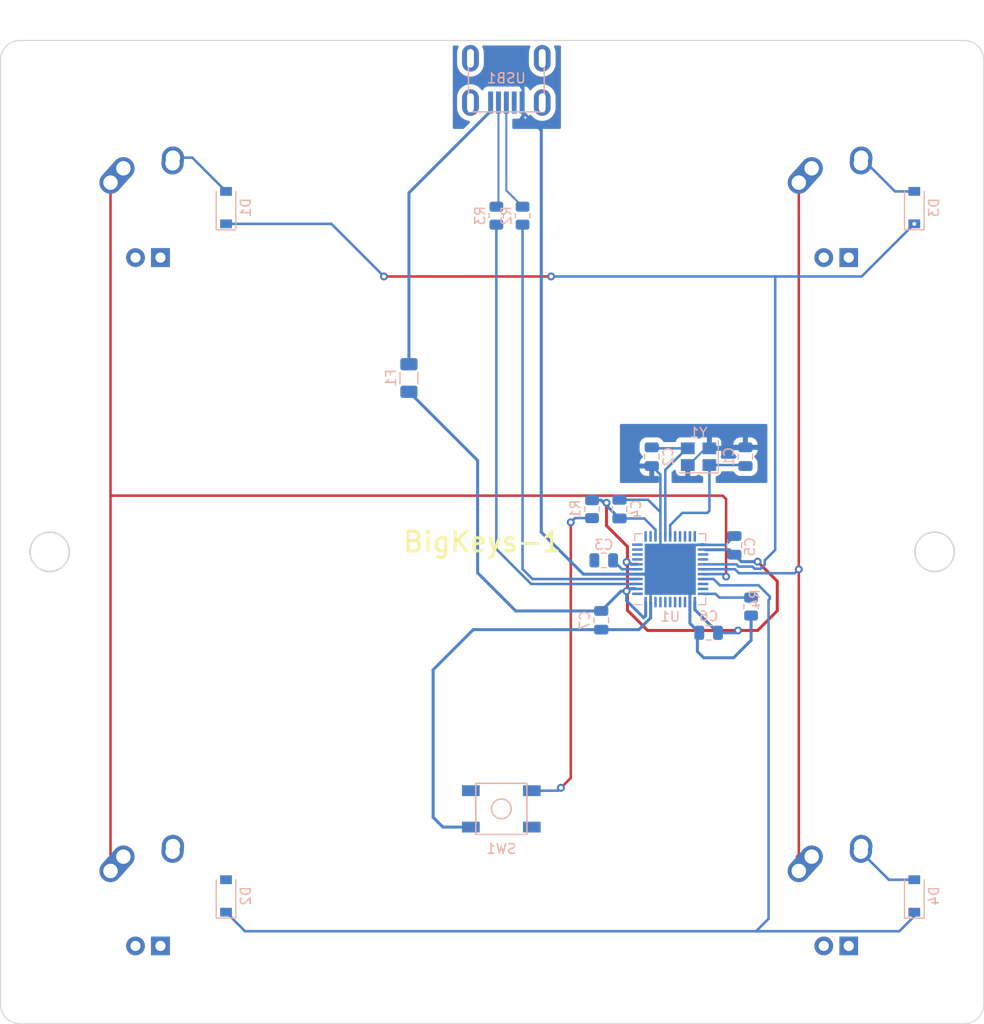
<source format=kicad_pcb>
(kicad_pcb (version 20211014) (generator pcbnew)
  (layers (0 "F.Cu" signal) (31 "B.Cu" signal) (34 "B.Paste" user) (35 "F.Paste" user) (36 "B.SilkS" user "B.Silkscreen") (37 "F.SilkS" user "F.Silkscreen") (38 "B.Mask" user) (39 "F.Mask" user) (44 "Edge.Cuts" user))
  (net 0 "")
  (net 1 "Net-(C1-Pad2)")
  (net 2 "Net-(C2-Pad2)")
  (net 3 "Net-(C3-Pad1)")
  (net 4 "GND")
  (net 5 "+5V")
  (net 6 "ROW0")
  (net 7 "Net-(D1-Pad2)")
  (net 8 "ROW1")
  (net 9 "Net-(D2-Pad2)")
  (net 10 "Net-(D3-Pad2)")
  (net 11 "Net-(D4-Pad2)")
  (net 12 "VCC")
  (net 13 "COL0")
  (net 14 "COL1")
  (net 15 "Net-(R1-Pad2)")
  (net 16 "D+")
  (net 17 "Net-(R2-Pad2)")
  (net 18 "D-")
  (net 19 "Net-(R3-Pad2)")
  (net 20 "Net-(R4-Pad1)")
  (footprint "MX_Alps_Hybrid:MX-1U" (layer "F.Cu") (at 173 129)
    (fp_text reference "MX4")
    (fp_text value "MX-NoLED")
    (pad "" np_thru_hole circle locked (at 5.08 0 48.0996) (size 1.75 1.75) (drill 1.75) (layers *.Cu *.Mask))
    (pad "" np_thru_hole circle locked (at 0 0) (size 3.9878 3.9878) (drill 3.9878) (layers *.Cu *.Mask))
    (pad "" np_thru_hole circle locked (at -5.08 0 48.0996) (size 1.75 1.75) (drill 1.75) (layers *.Cu *.Mask))
    (pad "1" thru_hole oval locked (at -3.81 -2.54 48.0996) (size 4.211556 2.25) (drill 1.47 (offset 0.980778 0)) (layers *.Cu "B.Mask") (net 14 "COL1"))
    (pad "1" thru_hole circle locked (at -2.5 -4) (size 2.25 2.25) (drill 1.47) (layers *.Cu "B.Mask") (net 14 "COL1"))
    (pad "2" thru_hole oval locked (at 2.5 -4.5 86.0548) (size 2.831378 2.25) (drill 1.47 (offset 0.290689 0)) (layers *.Cu "B.Mask") (net 11 "Net-(D4-Pad2)"))
    (pad "2" thru_hole circle locked (at 2.54 -5.08) (size 2.25 2.25) (drill 1.47) (layers *.Cu "B.Mask") (net 11 "Net-(D4-Pad2)"))
    (pad "3" thru_hole circle locked (at -1.27 5.08) (size 1.905 1.905) (drill 1.04) (layers *.Cu "B.Mask"))
    (pad "4" thru_hole rect locked (at 1.27 5.08) (size 1.905 1.905) (drill 1.04) (layers *.Cu "B.Mask"))
  )
  (footprint "MX_Alps_Hybrid:MX-1U" (layer "F.Cu") (at 103 129)
    (fp_text reference "MX2")
    (fp_text value "MX-NoLED")
    (pad "" np_thru_hole circle locked (at -5.08 0 48.0996) (size 1.75 1.75) (drill 1.75) (layers *.Cu *.Mask))
    (pad "" np_thru_hole circle locked (at 0 0) (size 3.9878 3.9878) (drill 3.9878) (layers *.Cu *.Mask))
    (pad "" np_thru_hole circle locked (at 5.08 0 48.0996) (size 1.75 1.75) (drill 1.75) (layers *.Cu *.Mask))
    (pad "1" thru_hole circle locked (at -2.5 -4) (size 2.25 2.25) (drill 1.47) (layers *.Cu "B.Mask") (net 13 "COL0"))
    (pad "1" thru_hole oval locked (at -3.81 -2.54 48.0996) (size 4.211556 2.25) (drill 1.47 (offset 0.980778 0)) (layers *.Cu "B.Mask") (net 13 "COL0"))
    (pad "2" thru_hole oval locked (at 2.5 -4.5 86.0548) (size 2.831378 2.25) (drill 1.47 (offset 0.290689 0)) (layers *.Cu "B.Mask") (net 9 "Net-(D2-Pad2)"))
    (pad "2" thru_hole circle locked (at 2.54 -5.08) (size 2.25 2.25) (drill 1.47) (layers *.Cu "B.Mask") (net 9 "Net-(D2-Pad2)"))
    (pad "3" thru_hole circle locked (at -1.27 5.08) (size 1.905 1.905) (drill 1.04) (layers *.Cu "B.Mask"))
    (pad "4" thru_hole rect locked (at 1.27 5.08) (size 1.905 1.905) (drill 1.04) (layers *.Cu "B.Mask"))
  )
  (footprint "MX_Alps_Hybrid:MX-1U" (layer "F.Cu") (at 173 59)
    (fp_text reference "MX3")
    (fp_text value "MX-NoLED")
    (pad "" np_thru_hole circle locked (at 0 0) (size 3.9878 3.9878) (drill 3.9878) (layers *.Cu *.Mask))
    (pad "" np_thru_hole circle locked (at -5.08 0 48.0996) (size 1.75 1.75) (drill 1.75) (layers *.Cu *.Mask))
    (pad "" np_thru_hole circle locked (at 5.08 0 48.0996) (size 1.75 1.75) (drill 1.75) (layers *.Cu *.Mask))
    (pad "1" thru_hole oval locked (at -3.81 -2.54 48.0996) (size 4.211556 2.25) (drill 1.47 (offset 0.980778 0)) (layers *.Cu "B.Mask") (net 14 "COL1"))
    (pad "1" thru_hole circle locked (at -2.5 -4) (size 2.25 2.25) (drill 1.47) (layers *.Cu "B.Mask") (net 14 "COL1"))
    (pad "2" thru_hole oval locked (at 2.5 -4.5 86.0548) (size 2.831378 2.25) (drill 1.47 (offset 0.290689 0)) (layers *.Cu "B.Mask") (net 10 "Net-(D3-Pad2)"))
    (pad "2" thru_hole circle locked (at 2.54 -5.08) (size 2.25 2.25) (drill 1.47) (layers *.Cu "B.Mask") (net 10 "Net-(D3-Pad2)"))
    (pad "3" thru_hole circle locked (at -1.27 5.08) (size 1.905 1.905) (drill 1.04) (layers *.Cu "B.Mask"))
    (pad "4" thru_hole rect locked (at 1.27 5.08) (size 1.905 1.905) (drill 1.04) (layers *.Cu "B.Mask"))
  )
  (footprint "MX_Alps_Hybrid:MX-1U" (layer "F.Cu") (at 103 59)
    (fp_text reference "MX1")
    (fp_text value "MX-NoLED")
    (pad "" np_thru_hole circle locked (at 0 0) (size 3.9878 3.9878) (drill 3.9878) (layers *.Cu *.Mask))
    (pad "" np_thru_hole circle locked (at -5.08 0 48.0996) (size 1.75 1.75) (drill 1.75) (layers *.Cu *.Mask))
    (pad "" np_thru_hole circle locked (at 5.08 0 48.0996) (size 1.75 1.75) (drill 1.75) (layers *.Cu *.Mask))
    (pad "1" thru_hole oval locked (at -3.81 -2.54 48.0996) (size 4.211556 2.25) (drill 1.47 (offset 0.980778 0)) (layers *.Cu "B.Mask") (net 13 "COL0"))
    (pad "1" thru_hole circle locked (at -2.5 -4) (size 2.25 2.25) (drill 1.47) (layers *.Cu "B.Mask") (net 13 "COL0"))
    (pad "2" thru_hole circle locked (at 2.54 -5.08) (size 2.25 2.25) (drill 1.47) (layers *.Cu "B.Mask") (net 7 "Net-(D1-Pad2)"))
    (pad "2" thru_hole oval locked (at 2.5 -4.5 86.0548) (size 2.831378 2.25) (drill 1.47 (offset 0.290689 0)) (layers *.Cu "B.Mask") (net 7 "Net-(D1-Pad2)"))
    (pad "3" thru_hole circle locked (at -1.27 5.08) (size 1.905 1.905) (drill 1.04) (layers *.Cu "B.Mask"))
    (pad "4" thru_hole rect locked (at 1.27 5.08) (size 1.905 1.905) (drill 1.04) (layers *.Cu "B.Mask"))
  )
  (footprint "Capacitor_SMD:C_0805_2012Metric" (layer "B.Cu") (at 149.098 100.965 -90)
    (fp_text reference "C7" (at 0 1.68 90) (layer "B.SilkS") (effects (justify mirror)))
    (fp_text value "10uF")
    (fp_line (start -0.261252 -0.735) (end 0.261252 -0.735) (layer "B.SilkS") (width 0.12))
    (fp_line (start -0.261252 0.735) (end 0.261252 0.735) (layer "B.SilkS") (width 0.12))
    (pad "1" smd roundrect (at -0.95 0 270) (size 1 1.45) (layers "B.Cu" "B.Paste" "B.Mask") (net 5 "+5V"))
    (pad "2" smd roundrect (at 0.95 0 270) (size 1 1.45) (layers "B.Cu" "B.Paste" "B.Mask") (net 4 "GND"))
  )
  (footprint "Capacitor_SMD:C_0805_2012Metric" (layer "B.Cu") (at 162.64 93.345 90)
    (fp_text reference "C5" (at -0.14375 1.5875 90) (layer "B.SilkS") (effects (justify mirror)))
    (fp_text value "0.1uF")
    (fp_line (start -0.261252 0.735) (end 0.261252 0.735) (layer "B.SilkS") (width 0.12))
    (fp_line (start -0.261252 -0.735) (end 0.261252 -0.735) (layer "B.SilkS") (width 0.12))
    (pad "1" smd roundrect (at -0.95 0 90) (size 1 1.45) (layers "B.Cu" "B.Paste" "B.Mask") (net 5 "+5V"))
    (pad "2" smd roundrect (at 0.95 0 90) (size 1 1.45) (layers "B.Cu" "B.Paste" "B.Mask") (net 4 "GND"))
  )
  (footprint "Resistor_SMD:R_0805_2012Metric" (layer "B.Cu") (at 141.097 59.817 -90)
    (fp_text reference "R2" (at 0 1.65 90) (layer "B.SilkS") (effects (justify mirror)))
    (fp_text value "22")
    (fp_line (start -0.227064 0.735) (end 0.227064 0.735) (layer "B.SilkS") (width 0.12))
    (fp_line (start -0.227064 -0.735) (end 0.227064 -0.735) (layer "B.SilkS") (width 0.12))
    (pad "1" smd roundrect (at -0.9125 0 270) (size 1.025 1.4) (layers "B.Cu" "B.Paste" "B.Mask") (roundrect_rratio 0.243902439) (net 16 "D+"))
    (pad "2" smd roundrect (at 0.9125 0 270) (size 1.025 1.4) (layers "B.Cu" "B.Paste" "B.Mask") (roundrect_rratio 0.243902439) (net 17 "Net-(R2-Pad2)"))
  )
  (footprint "Crystal:Crystal_SMD_3225-4Pin_3.2x2.5mm" (layer "B.Cu") (at 159 84.328 180)
    (fp_text reference "Y1" (at 0 2.45) (layer "B.SilkS") (effects (justify mirror)))
    (fp_text value "16MHz")
    (fp_line (start -2 -1.65) (end 2 -1.65) (layer "B.SilkS") (width 0.12))
    (fp_line (start -2 1.65) (end -2 -1.65) (layer "B.SilkS") (width 0.12))
    (pad "1" smd rect (at -1.1 -0.85 180) (size 1.4 1.2) (layers "B.Cu" "B.Paste" "B.Mask") (net 1 "Net-(C1-Pad2)"))
    (pad "2" smd rect (at 1.1 -0.85 180) (size 1.4 1.2) (layers "B.Cu" "B.Paste" "B.Mask") (net 4 "GND"))
    (pad "3" smd rect (at 1.1 0.85 180) (size 1.4 1.2) (layers "B.Cu" "B.Paste" "B.Mask") (net 2 "Net-(C2-Pad2)"))
    (pad "4" smd rect (at -1.1 0.85 180) (size 1.4 1.2) (layers "B.Cu" "B.Paste" "B.Mask") (net 4 "GND"))
  )
  (footprint "Capacitor_SMD:C_0805_2012Metric" (layer "B.Cu") (at 160.02 102.235 180)
    (fp_text reference "C6" (at 0 1.68) (layer "B.SilkS") (effects (justify mirror)))
    (fp_text value "0.1uF")
    (fp_line (start -0.261252 0.735) (end 0.261252 0.735) (layer "B.SilkS") (width 0.12))
    (fp_line (start -0.261252 -0.735) (end 0.261252 -0.735) (layer "B.SilkS") (width 0.12))
    (pad "1" smd roundrect (at -0.95 0 180) (size 1 1.45) (layers "B.Cu" "B.Paste" "B.Mask") (net 5 "+5V"))
    (pad "2" smd roundrect (at 0.95 0 180) (size 1 1.45) (layers "B.Cu" "B.Paste" "B.Mask") (net 4 "GND"))
  )
  (footprint "random-keyboard-parts:Molex-0548190589" (layer "B.Cu") (at 139.446 43.815 -90)
    (fp_text reference "USB1" (at 2.032 0) (layer "B.SilkS") (effects (justify mirror)))
    (fp_text value "Molex-0548190589")
    (fp_line (start 0 -3.85) (end 5.45 -3.85) (layer "B.SilkS") (width 0.15))
    (fp_line (start 5.45 3.85) (end 5.45 -3.85) (layer "B.SilkS") (width 0.15))
    (fp_line (start 0 3.85) (end 5.45 3.85) (layer "B.SilkS") (width 0.15))
    (pad "1" smd rect locked (at 4.5 -1.6 270) (size 2.25 0.5) (layers "B.Cu" "B.Paste" "B.Mask") (net 4 "GND"))
    (pad "2" smd rect locked (at 4.5 -0.8 270) (size 2.25 0.5) (layers "B.Cu" "B.Paste" "B.Mask"))
    (pad "3" smd rect locked (at 4.5 0 270) (size 2.25 0.5) (layers "B.Cu" "B.Paste" "B.Mask") (net 16 "D+"))
    (pad "4" smd rect locked (at 4.5 0.8 270) (size 2.25 0.5) (layers "B.Cu" "B.Paste" "B.Mask") (net 18 "D-"))
    (pad "5" smd rect locked (at 4.5 1.6 270) (size 2.25 0.5) (layers "B.Cu" "B.Paste" "B.Mask") (net 12 "VCC"))
    (pad "6" thru_hole oval locked (at 0 3.65 270) (size 2.7 1.7) (drill oval 1.9 0.7) (layers *.Cu *.Mask))
    (pad "6" thru_hole oval locked (at 0 -3.65 270) (size 2.7 1.7) (drill oval 1.9 0.7) (layers *.Cu *.Mask))
    (pad "6" thru_hole oval locked (at 4.5 3.65 270) (size 2.7 1.7) (drill oval 1.9 0.7) (layers *.Cu *.Mask))
    (pad "6" thru_hole oval locked (at 4.5 -3.65 270) (size 2.7 1.7) (drill oval 1.9 0.7) (layers *.Cu *.Mask))
  )
  (footprint "Diode_SMD:D_SOD-123" (layer "B.Cu") (at 180.9375 129 90)
    (fp_text reference "D4" (at 0 2 90) (layer "B.SilkS") (effects (justify mirror)))
    (fp_text value "D_Small")
    (fp_line (start -2.25 -1) (end 1.65 -1) (layer "B.SilkS") (width 0.12))
    (fp_line (start -2.25 1) (end 1.65 1) (layer "B.SilkS") (width 0.12))
    (fp_line (start -2.25 1) (end -2.25 -1) (layer "B.SilkS") (width 0.12))
    (pad "1" smd rect (at -1.65 0 90) (size 0.9 1.2) (layers "B.Cu" "B.Paste" "B.Mask") (net 8 "ROW1"))
    (pad "2" smd rect (at 1.65 0 90) (size 0.9 1.2) (layers "B.Cu" "B.Paste" "B.Mask") (net 11 "Net-(D4-Pad2)"))
  )
  (footprint "Package_DFN_QFN:QFN-44-1EP_7x7mm_P0.5mm_EP5.2x5.2mm" (layer "B.Cu") (at 156.1145 95.773)
    (fp_text reference "U1" (at 0 4.82) (layer "B.SilkS") (effects (justify mirror)))
    (fp_text value "ATmega32U4-M")
    (fp_line (start 3.61 -3.61) (end 3.61 -2.885) (layer "B.SilkS") (width 0.12))
    (fp_line (start 3.61 3.61) (end 3.61 2.885) (layer "B.SilkS") (width 0.12))
    (fp_line (start 2.885 -3.61) (end 3.61 -3.61) (layer "B.SilkS") (width 0.12))
    (fp_line (start -2.885 3.61) (end -3.61 3.61) (layer "B.SilkS") (width 0.12))
    (fp_line (start 2.885 3.61) (end 3.61 3.61) (layer "B.SilkS") (width 0.12))
    (fp_line (start -2.885 -3.61) (end -3.61 -3.61) (layer "B.SilkS") (width 0.12))
    (fp_line (start -3.61 -3.61) (end -3.61 -2.885) (layer "B.SilkS") (width 0.12))
    (pad "1" smd roundrect (at -3.3375 2.5) (size 1.075 0.25) (layers "B.Cu" "B.Paste" "B.Mask"))
    (pad "2" smd roundrect (at -3.3375 2) (size 1.075 0.25) (layers "B.Cu" "B.Paste" "B.Mask") (net 5 "+5V"))
    (pad "3" smd roundrect (at -3.3375 1.5) (size 1.075 0.25) (layers "B.Cu" "B.Paste" "B.Mask") (net 19 "Net-(R3-Pad2)"))
    (pad "4" smd roundrect (at -3.3375 1) (size 1.075 0.25) (layers "B.Cu" "B.Paste" "B.Mask") (net 17 "Net-(R2-Pad2)"))
    (pad "5" smd roundrect (at -3.3375 0.5) (size 1.075 0.25) (layers "B.Cu" "B.Paste" "B.Mask") (net 4 "GND"))
    (pad "6" smd roundrect (at -3.3375 0) (size 1.075 0.25) (layers "B.Cu" "B.Paste" "B.Mask") (net 3 "Net-(C3-Pad1)"))
    (pad "7" smd roundrect (at -3.3375 -0.5) (size 1.075 0.25) (layers "B.Cu" "B.Paste" "B.Mask") (net 5 "+5V"))
    (pad "8" smd roundrect (at -3.3375 -1) (size 1.075 0.25) (layers "B.Cu" "B.Paste" "B.Mask"))
    (pad "9" smd roundrect (at -3.3375 -1.5) (size 1.075 0.25) (layers "B.Cu" "B.Paste" "B.Mask"))
    (pad "10" smd roundrect (at -3.3375 -2) (size 1.075 0.25) (layers "B.Cu" "B.Paste" "B.Mask"))
    (pad "11" smd roundrect (at -3.3375 -2.5) (size 1.075 0.25) (layers "B.Cu" "B.Paste" "B.Mask"))
    (pad "12" smd roundrect (at -2.5 -3.3375) (size 0.25 1.075) (layers "B.Cu" "B.Paste" "B.Mask"))
    (pad "13" smd roundrect (at -2 -3.3375) (size 0.25 1.075) (layers "B.Cu" "B.Paste" "B.Mask") (net 15 "Net-(R1-Pad2)"))
    (pad "14" smd roundrect (at -1.5 -3.3375) (size 0.25 1.075) (layers "B.Cu" "B.Paste" "B.Mask") (net 5 "+5V"))
    (pad "15" smd roundrect (at -1 -3.3375) (size 0.25 1.075) (layers "B.Cu" "B.Paste" "B.Mask") (net 4 "GND"))
    (pad "16" smd roundrect (at -0.5 -3.3375) (size 0.25 1.075) (layers "B.Cu" "B.Paste" "B.Mask") (net 2 "Net-(C2-Pad2)"))
    (pad "17" smd roundrect (at 0 -3.3375) (size 0.25 1.075) (layers "B.Cu" "B.Paste" "B.Mask") (net 1 "Net-(C1-Pad2)"))
    (pad "18" smd roundrect (at 0.5 -3.3375) (size 0.25 1.075) (layers "B.Cu" "B.Paste" "B.Mask"))
    (pad "19" smd roundrect (at 1 -3.3375) (size 0.25 1.075) (layers "B.Cu" "B.Paste" "B.Mask"))
    (pad "20" smd roundrect (at 1.5 -3.3375) (size 0.25 1.075) (layers "B.Cu" "B.Paste" "B.Mask"))
    (pad "21" smd roundrect (at 2 -3.3375) (size 0.25 1.075) (layers "B.Cu" "B.Paste" "B.Mask"))
    (pad "22" smd roundrect (at 2.5 -3.3375) (size 0.25 1.075) (layers "B.Cu" "B.Paste" "B.Mask"))
    (pad "23" smd roundrect (at 3.3375 -2.5) (size 1.075 0.25) (layers "B.Cu" "B.Paste" "B.Mask") (net 4 "GND"))
    (pad "24" smd roundrect (at 3.3375 -2) (size 1.075 0.25) (layers "B.Cu" "B.Paste" "B.Mask") (net 5 "+5V"))
    (pad "25" smd roundrect (at 3.3375 -1.5) (size 1.075 0.25) (layers "B.Cu" "B.Paste" "B.Mask"))
    (pad "26" smd roundrect (at 3.3375 -1) (size 1.075 0.25) (layers "B.Cu" "B.Paste" "B.Mask"))
    (pad "27" smd roundrect (at 3.3375 -0.5) (size 1.075 0.25) (layers "B.Cu" "B.Paste" "B.Mask") (net 6 "ROW0"))
    (pad "28" smd roundrect (at 3.3375 0) (size 1.075 0.25) (layers "B.Cu" "B.Paste" "B.Mask") (net 14 "COL1"))
    (pad "29" smd roundrect (at 3.3375 0.5) (size 1.075 0.25) (layers "B.Cu" "B.Paste" "B.Mask") (net 13 "COL0"))
    (pad "30" smd roundrect (at 3.3375 1) (size 1.075 0.25) (layers "B.Cu" "B.Paste" "B.Mask") (net 8 "ROW1"))
    (pad "31" smd roundrect (at 3.3375 1.5) (size 1.075 0.25) (layers "B.Cu" "B.Paste" "B.Mask"))
    (pad "32" smd roundrect (at 3.3375 2) (size 1.075 0.25) (layers "B.Cu" "B.Paste" "B.Mask"))
    (pad "33" smd roundrect (at 3.3375 2.5) (size 1.075 0.25) (layers "B.Cu" "B.Paste" "B.Mask") (net 20 "Net-(R4-Pad1)"))
    (pad "34" smd roundrect (at 2.5 3.3375) (size 0.25 1.075) (layers "B.Cu" "B.Paste" "B.Mask") (net 5 "+5V"))
    (pad "35" smd roundrect (at 2 3.3375) (size 0.25 1.075) (layers "B.Cu" "B.Paste" "B.Mask") (net 4 "GND"))
    (pad "36" smd roundrect (at 1.5 3.3375) (size 0.25 1.075) (layers "B.Cu" "B.Paste" "B.Mask"))
    (pad "37" smd roundrect (at 1 3.3375) (size 0.25 1.075) (layers "B.Cu" "B.Paste" "B.Mask"))
    (pad "38" smd roundrect (at 0.5 3.3375) (size 0.25 1.075) (layers "B.Cu" "B.Paste" "B.Mask"))
    (pad "39" smd roundrect (at 0 3.3375) (size 0.25 1.075) (layers "B.Cu" "B.Paste" "B.Mask"))
    (pad "40" smd roundrect (at -0.5 3.3375) (size 0.25 1.075) (layers "B.Cu" "B.Paste" "B.Mask"))
    (pad "41" smd roundrect (at -1 3.3375) (size 0.25 1.075) (layers "B.Cu" "B.Paste" "B.Mask"))
    (pad "42" smd roundrect (at -1.5 3.3375) (size 0.25 1.075) (layers "B.Cu" "B.Paste" "B.Mask"))
    (pad "43" smd roundrect (at -2 3.3375) (size 0.25 1.075) (layers "B.Cu" "B.Paste" "B.Mask") (net 4 "GND"))
    (pad "44" smd roundrect (at -2.5 3.3375) (size 0.25 1.075) (layers "B.Cu" "B.Paste" "B.Mask") (net 5 "+5V"))
    (pad "45" smd rect (at 0 0) (size 5.2 5.2) (layers "B.Cu" "B.Mask") (net 4 "GND"))
  )
  (footprint "Resistor_SMD:R_0805_2012Metric" (layer "B.Cu") (at 164.338 99.568 -90)
    (fp_text reference "R4" (at -0.79375 -0.375 90) (layer "B.SilkS") (effects (justify mirror)))
    (fp_text value "10k")
    (fp_line (start -0.227064 -0.735) (end 0.227064 -0.735) (layer "B.SilkS") (width 0.12))
    (fp_line (start -0.227064 0.735) (end 0.227064 0.735) (layer "B.SilkS") (width 0.12))
    (pad "1" smd roundrect (at -0.9125 0 270) (size 1.025 1.4) (layers "B.Cu" "B.Paste" "B.Mask") (roundrect_rratio 0.243902439) (net 20 "Net-(R4-Pad1)"))
    (pad "2" smd roundrect (at 0.9125 0 270) (size 1.025 1.4) (layers "B.Cu" "B.Paste" "B.Mask") (roundrect_rratio 0.243902439) (net 4 "GND"))
  )
  (footprint "Resistor_SMD:R_0805_2012Metric" (layer "B.Cu") (at 138.43 59.817 -90)
    (fp_text reference "R3" (at 0 1.65 90) (layer "B.SilkS") (effects (justify mirror)))
    (fp_text value "22")
    (fp_line (start -0.227064 -0.735) (end 0.227064 -0.735) (layer "B.SilkS") (width 0.12))
    (fp_line (start -0.227064 0.735) (end 0.227064 0.735) (layer "B.SilkS") (width 0.12))
    (pad "1" smd roundrect (at -0.9125 0 270) (size 1.025 1.4) (layers "B.Cu" "B.Paste" "B.Mask") (roundrect_rratio 0.243902439) (net 18 "D-"))
    (pad "2" smd roundrect (at 0.9125 0 270) (size 1.025 1.4) (layers "B.Cu" "B.Paste" "B.Mask") (roundrect_rratio 0.243902439) (net 19 "Net-(R3-Pad2)"))
  )
  (footprint "Resistor_SMD:R_0805_2012Metric" (layer "B.Cu") (at 148.162 89.662 -90)
    (fp_text reference "R1" (at 0 1.7125 90) (layer "B.SilkS") (effects (justify mirror)))
    (fp_text value "10k")
    (fp_line (start -0.227064 0.735) (end 0.227064 0.735) (layer "B.SilkS") (width 0.12))
    (fp_line (start -0.227064 -0.735) (end 0.227064 -0.735) (layer "B.SilkS") (width 0.12))
    (pad "1" smd roundrect (at -0.9125 0 270) (size 1.025 1.4) (layers "B.Cu" "B.Paste" "B.Mask") (roundrect_rratio 0.243902439) (net 5 "+5V"))
    (pad "2" smd roundrect (at 0.9125 0 270) (size 1.025 1.4) (layers "B.Cu" "B.Paste" "B.Mask") (roundrect_rratio 0.243902439) (net 15 "Net-(R1-Pad2)"))
  )
  (footprint "Capacitor_SMD:C_0805_2012Metric" (layer "B.Cu") (at 149.352 94.869 180)
    (fp_text reference "C3" (at 0 1.5875) (layer "B.SilkS") (effects (justify mirror)))
    (fp_text value "C_Small")
    (fp_line (start -0.261252 0.735) (end 0.261252 0.735) (layer "B.SilkS") (width 0.12))
    (fp_line (start -0.261252 -0.735) (end 0.261252 -0.735) (layer "B.SilkS") (width 0.12))
    (pad "1" smd roundrect (at -0.95 0 180) (size 1 1.45) (layers "B.Cu" "B.Paste" "B.Mask") (net 3 "Net-(C3-Pad1)"))
    (pad "2" smd roundrect (at 0.95 0 180) (size 1 1.45) (layers "B.Cu" "B.Paste" "B.Mask") (net 4 "GND"))
  )
  (footprint "Capacitor_SMD:C_0805_2012Metric" (layer "B.Cu") (at 154.2375 84.328 90)
    (fp_text reference "C2" (at 0 1.68 90) (layer "B.SilkS") (effects (justify mirror)))
    (fp_text value "22pF")
    (fp_line (start -0.261252 -0.735) (end 0.261252 -0.735) (layer "B.SilkS") (width 0.12))
    (fp_line (start -0.261252 0.735) (end 0.261252 0.735) (layer "B.SilkS") (width 0.12))
    (pad "1" smd roundrect (at -0.95 0 90) (size 1 1.45) (layers "B.Cu" "B.Paste" "B.Mask") (net 4 "GND"))
    (pad "2" smd roundrect (at 0.95 0 90) (size 1 1.45) (layers "B.Cu" "B.Paste" "B.Mask") (net 2 "Net-(C2-Pad2)"))
  )
  (footprint "random-keyboard-parts:SKQG-1155865" (layer "B.Cu") (at 138.938 120.142 180)
    (fp_text reference "SW1" (at 0 -4.064) (layer "B.SilkS") (effects (justify mirror)))
    (fp_text value "SW_Push")
    (fp_line (start -2.6 -2.6) (end -2.6 2.6) (layer "B.SilkS") (width 0.15))
    (fp_line (start 2.6 2.6) (end 2.6 -2.6) (layer "B.SilkS") (width 0.15))
    (fp_line (start -2.6 2.6) (end 2.6 2.6) (layer "B.SilkS") (width 0.15))
    (fp_line (start 2.6 -2.6) (end -2.6 -2.6) (layer "B.SilkS") (width 0.15))
    (fp_circle (center 0 0) (end 1 0) (layer "B.SilkS") (width 0.15) (fill none))
    (pad "1" smd rect locked (at 3.1 -1.85 180) (size 1.8 1.1) (layers "B.Cu" "B.Paste" "B.Mask") (net 4 "GND"))
    (pad "2" smd rect locked (at -3.1 1.85 180) (size 1.8 1.1) (layers "B.Cu" "B.Paste" "B.Mask") (net 15 "Net-(R1-Pad2)"))
    (pad "3" smd rect locked (at 3.1 1.85 180) (size 1.8 1.1) (layers "B.Cu" "B.Paste" "B.Mask"))
    (pad "4" smd rect locked (at -3.1 -1.85 180) (size 1.8 1.1) (layers "B.Cu" "B.Paste" "B.Mask"))
  )
  (footprint "Diode_SMD:D_SOD-123" (layer "B.Cu") (at 110.9375 129 90)
    (fp_text reference "D2" (at 0 2 90) (layer "B.SilkS") (effects (justify mirror)))
    (fp_text value "D_Small")
    (fp_line (start -2.25 1) (end -2.25 -1) (layer "B.SilkS") (width 0.12))
    (fp_line (start -2.25 1) (end 1.65 1) (layer "B.SilkS") (width 0.12))
    (fp_line (start -2.25 -1) (end 1.65 -1) (layer "B.SilkS") (width 0.12))
    (pad "1" smd rect (at -1.65 0 90) (size 0.9 1.2) (layers "B.Cu" "B.Paste" "B.Mask") (net 8 "ROW1"))
    (pad "2" smd rect (at 1.65 0 90) (size 0.9 1.2) (layers "B.Cu" "B.Paste" "B.Mask") (net 9 "Net-(D2-Pad2)"))
  )
  (footprint "Capacitor_SMD:C_0805_2012Metric" (layer "B.Cu") (at 150.956 89.662 90)
    (fp_text reference "C4" (at 0 1.68 90) (layer "B.SilkS") (effects (justify mirror)))
    (fp_text value "0.1uF")
    (fp_line (start -0.261252 0.735) (end 0.261252 0.735) (layer "B.SilkS") (width 0.12))
    (fp_line (start -0.261252 -0.735) (end 0.261252 -0.735) (layer "B.SilkS") (width 0.12))
    (pad "1" smd roundrect (at -0.95 0 90) (size 1 1.45) (layers "B.Cu" "B.Paste" "B.Mask") (net 5 "+5V"))
    (pad "2" smd roundrect (at 0.95 0 90) (size 1 1.45) (layers "B.Cu" "B.Paste" "B.Mask") (net 4 "GND"))
  )
  (footprint "Diode_SMD:D_SOD-123" (layer "B.Cu") (at 110.9375 59 90)
    (fp_text reference "D1" (at 0 2 90) (layer "B.SilkS") (effects (justify mirror)))
    (fp_text value "D_Small")
    (fp_line (start -2.25 1) (end -2.25 -1) (layer "B.SilkS") (width 0.12))
    (fp_line (start -2.25 -1) (end 1.65 -1) (layer "B.SilkS") (width 0.12))
    (fp_line (start -2.25 1) (end 1.65 1) (layer "B.SilkS") (width 0.12))
    (pad "1" smd rect (at -1.65 0 90) (size 0.9 1.2) (layers "B.Cu" "B.Paste" "B.Mask") (net 6 "ROW0"))
    (pad "2" smd rect (at 1.65 0 90) (size 0.9 1.2) (layers "B.Cu" "B.Paste" "B.Mask") (net 7 "Net-(D1-Pad2)"))
  )
  (footprint "Fuse:Fuse_1206_3216Metric" (layer "B.Cu") (at 129.54 76.327 -90)
    (fp_text reference "F1" (at 0 1.82 90) (layer "B.SilkS") (effects (justify mirror)))
    (fp_text value "Polyfuse")
    (fp_line (start -0.602064 0.91) (end 0.602064 0.91) (layer "B.SilkS") (width 0.12))
    (fp_line (start -0.602064 -0.91) (end 0.602064 -0.91) (layer "B.SilkS") (width 0.12))
    (pad "1" smd roundrect (at -1.4 0 270) (size 1.25 1.75) (layers "B.Cu" "B.Paste" "B.Mask") (roundrect_rratio 0.2) (net 12 "VCC"))
    (pad "2" smd roundrect (at 1.4 0 270) (size 1.25 1.75) (layers "B.Cu" "B.Paste" "B.Mask") (roundrect_rratio 0.2) (net 5 "+5V"))
  )
  (footprint "Capacitor_SMD:C_0805_2012Metric" (layer "B.Cu") (at 163.7625 84.328 -90)
    (fp_text reference "C1" (at 0 1.68 90) (layer "B.SilkS") (effects (justify mirror)))
    (fp_text value "22pF")
    (fp_line (start -0.261252 -0.735) (end 0.261252 -0.735) (layer "B.SilkS") (width 0.12))
    (fp_line (start -0.261252 0.735) (end 0.261252 0.735) (layer "B.SilkS") (width 0.12))
    (pad "1" smd roundrect (at -0.95 0 270) (size 1 1.45) (layers "B.Cu" "B.Paste" "B.Mask") (net 4 "GND"))
    (pad "2" smd roundrect (at 0.95 0 270) (size 1 1.45) (layers "B.Cu" "B.Paste" "B.Mask") (net 1 "Net-(C1-Pad2)"))
  )
  (footprint "Diode_SMD:D_SOD-123" (layer "B.Cu") (at 180.9375 59 90)
    (fp_text reference "D3" (at 0 2 90) (layer "B.SilkS") (effects (justify mirror)))
    (fp_text value "D_Small")
    (fp_line (start -2.25 1) (end -2.25 -1) (layer "B.SilkS") (width 0.12))
    (fp_line (start -2.25 -1) (end 1.65 -1) (layer "B.SilkS") (width 0.12))
    (fp_line (start -2.25 1) (end 1.65 1) (layer "B.SilkS") (width 0.12))
    (pad "1" smd rect (at -1.65 0 90) (size 0.9 1.2) (layers "B.Cu" "B.Paste" "B.Mask") (net 6 "ROW0"))
    (pad "2" smd rect (at 1.65 0 90) (size 0.9 1.2) (layers "B.Cu" "B.Paste" "B.Mask") (net 10 "Net-(D3-Pad2)"))
  )
  (gr_circle (center 93 94) (end 95 94) (layer "Edge.Cuts") (width 0.15) (fill none))
  (gr_line (start 90 42) (end 186 42) (layer "Edge.Cuts") (width 0.1))
  (gr_line (start 88 140) (end 88 44) (layer "Edge.Cuts") (width 0.1))
  (gr_line (start 188 44) (end 188 140) (layer "Edge.Cuts") (width 0.1))
  (gr_arc (start 186 42) (mid 187.414214 42.585786) (end 188 44) (layer "Edge.Cuts") (width 0.1))
  (gr_circle (center 183 94) (end 185 94) (layer "Edge.Cuts") (width 0.15) (fill none))
  (gr_arc (start 188 140) (mid 187.414214 141.414214) (end 186 142) (layer "Edge.Cuts") (width 0.1))
  (gr_arc (start 88 44) (mid 88.585786 42.585786) (end 90 42) (layer "Edge.Cuts") (width 0.1))
  (gr_arc (start 90 142) (mid 88.585786 141.414214) (end 88 140) (layer "Edge.Cuts") (width 0.1))
  (gr_line (start 186 142) (end 90 142) (layer "Edge.Cuts") (width 0.1))
  (gr_text "BigKeys-1" (at 137 93) (layer "F.SilkS") (effects (font (size 2 2) (thickness 0.3))))
  (segment (start 159.893 90.043) (end 160.1 89.836) (width 0.254) (layer "B.Cu") (net 1))
  (segment (start 160.1 89.836) (end 160.1 85.178) (width 0.254) (layer "B.Cu") (net 1))
  (segment (start 156.1145 92.4355) (end 156.1145 91.2815) (width 0.254) (layer "B.Cu") (net 1))
  (segment (start 156.1145 91.2815) (end 157.353 90.043) (width 0.254) (layer "B.Cu") (net 1))
  (segment (start 163.6625 85.178) (end 163.7625 85.278) (width 0.254) (layer "B.Cu") (net 1))
  (segment (start 157.353 90.043) (end 159.893 90.043) (width 0.254) (layer "B.Cu") (net 1))
  (segment (start 160.1 85.178) (end 163.6625 85.178) (width 0.254) (layer "B.Cu") (net 1))
  (segment (start 157.8 83.478) (end 155.6145 85.6635) (width 0.254) (layer "B.Cu") (net 2))
  (segment (start 157.9 83.478) (end 157.8 83.478) (width 0.254) (layer "B.Cu") (net 2))
  (segment (start 154.3375 83.478) (end 157.9 83.478) (width 0.254) (layer "B.Cu") (net 2))
  (segment (start 155.6145 85.6635) (end 155.6145 92.4355) (width 0.254) (layer "B.Cu") (net 2))
  (segment (start 154.2375 83.378) (end 154.3375 83.478) (width 0.254) (layer "B.Cu") (net 2))
  (segment (start 150.302 94.869) (end 151.206 95.773) (width 0.254) (layer "B.Cu") (net 3))
  (segment (start 151.206 95.773) (end 152.777 95.773) (width 0.254) (layer "B.Cu") (net 3))
  (segment (start 162.56 104.775) (end 159.512 104.775) (width 0.3048) (layer "B.Cu") (net 4))
  (segment (start 160.1 83.478) (end 163.6625 83.478) (width 0.381) (layer "B.Cu") (net 4))
  (segment (start 162.64 92.395) (end 161.7394 93.2956) (width 0.254) (layer "B.Cu") (net 4))
  (segment (start 132 106) (end 136.085 101.915) (width 0.3048) (layer "B.Cu") (net 4))
  (segment (start 152.925896 101.915) (end 154.1193 100.721596) (width 0.3048) (layer "B.Cu") (net 4))
  (segment (start 158.1145 101.2795) (end 158.1145 99.1105) (width 0.3048) (layer "B.Cu") (net 4))
  (segment (start 159.7 83.478) (end 160.1 83.478) (width 0.254) (layer "B.Cu") (net 4))
  (segment (start 158.842736 93.2956) (end 158.838336 93.3) (width 0.254) (layer "B.Cu") (net 4))
  (segment (start 159.07 102.235) (end 158.1145 101.2795) (width 0.3048) (layer "B.Cu") (net 4))
  (segment (start 158 85.178) (end 159.7 83.478) (width 0.2032) (layer "B.Cu") (net 4))
  (segment (start 155.1145 86.155) (end 155.1145 89.9635) (width 0.254) (layer "B.Cu") (net 4))
  (segment (start 141.046 49.19) (end 143 51.144) (width 0.3048) (layer "B.Cu") (net 4))
  (segment (start 159.639 81.915) (end 160.1 82.376) (width 0.254) (layer "B.Cu") (net 4))
  (segment (start 159.452 93.273) (end 159.282543 93.273) (width 0.3048) (layer "B.Cu") (net 4))
  (segment (start 155.1145 94.773) (end 156.1145 95.773) (width 0.254) (layer "B.Cu") (net 4))
  (segment (start 152.781 85.09) (end 152.781 82.296) (width 0.254) (layer "B.Cu") (net 4))
  (segment (start 164.338 100.4805) (end 164.338 102.997) (width 0.3048) (layer "B.Cu") (net 4))
  (segment (start 159.512 104.775) (end 158.877 104.14) (width 0.3048) (layer "B.Cu") (net 4))
  (segment (start 157.9 85.178) (end 158 85.178) (width 0.254) (layer "B.Cu") (net 4))
  (segment (start 152.969 85.278) (end 152.781 85.09) (width 0.254) (layer "B.Cu") (net 4))
  (segment (start 152.777 96.273) (end 153.727 96.273) (width 0.3048) (layer "B.Cu") (net 4))
  (segment (start 155.1145 92.4355) (end 155.1145 94.773) (width 0.254) (layer "B.Cu") (net 4))
  (segment (start 159.259943 93.2956) (end 158.842736 93.2956) (width 0.254) (layer "B.Cu") (net 4))
  (segment (start 160.1 82.376) (end 160.1 83.478) (width 0.254) (layer "B.Cu") (net 4))
  (segment (start 153.863 88.712) (end 155.1145 89.9635) (width 0.254) (layer "B.Cu") (net 4))
  (segment (start 164.338 102.997) (end 162.56 104.775) (width 0.3048) (layer "B.Cu") (net 4))
  (segment (start 154.2375 85.278) (end 155.1145 86.155) (width 0.254) (layer "B.Cu") (net 4))
  (segment (start 147.273 96.273) (end 152.777 96.273) (width 0.3048) (layer "B.Cu") (net 4))
  (segment (start 154.2375 85.278) (end 152.969 85.278) (width 0.254) (layer "B.Cu") (net 4))
  (segment (start 155.1145 89.9635) (end 155.1145 92.4355) (width 0.254) (layer "B.Cu") (net 4))
  (segment (start 136.085 101.915) (end 149.098 101.915) (width 0.3048) (layer "B.Cu") (net 4))
  (segment (start 158.5875 93.3) (end 156.1145 95.773) (width 0.254) (layer "B.Cu") (net 4))
  (segment (start 158.877 102.428) (end 159.07 102.235) (width 0.3048) (layer "B.Cu") (net 4))
  (segment (start 143 92) (end 147 96) (width 0.3048) (layer "B.Cu") (net 4))
  (segment (start 163.6625 83.478) (end 163.7625 83.378) (width 0.381) (layer "B.Cu") (net 4))
  (segment (start 149.098 101.915) (end 152.925896 101.915) (width 0.3048) (layer "B.Cu") (net 4))
  (segment (start 141.046 48.315) (end 141.046 49.19) (width 0.3048) (layer "B.Cu") (net 4))
  (segment (start 159.4746 93.2956) (end 159.452 93.273) (width 0.3048) (layer "B.Cu") (net 4))
  (segment (start 150.956 88.712) (end 153.863 88.712) (width 0.254) (layer "B.Cu") (net 4))
  (segment (start 158.1145 98.1145) (end 158 98) (width 0.3048) (layer "B.Cu") (net 4))
  (segment (start 158.877 104.14) (end 158.877 102.428) (width 0.3048) (layer "B.Cu") (net 4))
  (segment (start 143 51.144) (end 143 92) (width 0.3048) (layer "B.Cu") (net 4))
  (segment (start 153.727 96.273) (end 154 96) (width 0.3048) (layer "B.Cu") (net 4))
  (segment (start 154.1145 97.773) (end 156.1145 95.773) (width 0.254) (layer "B.Cu") (net 4))
  (segment (start 158.838336 93.3) (end 158.5875 93.3) (width 0.254) (layer "B.Cu") (net 4))
  (segment (start 159.282543 93.273) (end 159.259943 93.2956) (width 0.3048) (layer "B.Cu") (net 4))
  (segment (start 152.781 82.296) (end 153.162 81.915) (width 0.254) (layer "B.Cu") (net 4))
  (segment (start 132 121) (end 132 106) (width 0.3048) (layer "B.Cu") (net 4))
  (segment (start 154.1193 100.721596) (end 154.1193 99.1105) (width 0.3048) (layer "B.Cu") (net 4))
  (segment (start 147 96) (end 147.273 96.273) (width 0.3048) (layer "B.Cu") (net 4))
  (segment (start 135.838 121.992) (end 132.992 121.992) (width 0.3048) (layer "B.Cu") (net 4))
  (segment (start 132.992 121.992) (end 132 121) (width 0.3048) (layer "B.Cu") (net 4))
  (segment (start 161.7394 93.2956) (end 159.4746 93.2956) (width 0.254) (layer "B.Cu") (net 4))
  (segment (start 153.162 81.915) (end 159.639 81.915) (width 0.254) (layer "B.Cu") (net 4))
  (segment (start 158.1145 99.1105) (end 158.1145 98.1145) (width 0.3048) (layer "B.Cu") (net 4))
  (segment (start 154.1145 99.1105) (end 154.1145 97.773) (width 0.254) (layer "B.Cu") (net 4))
  (segment (start 167 100) (end 167 97) (width 0.3048) (layer "F.Cu") (net 5))
  (segment (start 163 102) (end 165 102) (width 0.3048) (layer "F.Cu") (net 5))
  (segment (start 151.765 99.949) (end 153.816 102) (width 0.3048) (layer "F.Cu") (net 5))
  (segment (start 151.765 97.79) (end 151.765 99.949) (width 0.3048) (layer "F.Cu") (net 5))
  (segment (start 151.765 93.472) (end 151.765 95.25) (width 0.3048) (layer "F.Cu") (net 5))
  (segment (start 151.765 95.136974) (end 151.674526 95.0465) (width 0.3048) (layer "F.Cu") (net 5))
  (segment (start 151.765 95.25) (end 151.765 95.136974) (width 0.3048) (layer "F.Cu") (net 5))
  (segment (start 151.765 97.79) (end 151.765 97.909026) (width 0.3048) (layer "F.Cu") (net 5))
  (segment (start 167 97) (end 165 95) (width 0.3048) (layer "F.Cu") (net 5))
  (segment (start 151.765 95.25) (end 151.765 97.79) (width 0.3048) (layer "F.Cu") (net 5))
  (segment (start 151.765 97.909026) (end 151.674526 97.9995) (width 0.3048) (layer "F.Cu") (net 5))
  (segment (start 149.633185 89.015481) (end 149.633185 91.340185) (width 0.3048) (layer "F.Cu") (net 5))
  (segment (start 153.816 102) (end 163 102) (width 0.3048) (layer "F.Cu") (net 5))
  (segment (start 165 102) (end 167 100) (width 0.3048) (layer "F.Cu") (net 5))
  (segment (start 149.633185 91.340185) (end 151.765 93.472) (width 0.3048) (layer "F.Cu") (net 5))
  (via (at 151.674526 95.0465) (size 0.8) (drill 0.4) (layers "F.Cu" "B.Cu") (net 5))
  (via (at 165 95) (size 0.8) (drill 0.4) (layers "F.Cu" "B.Cu") (net 5))
  (via (at 151.674526 97.9995) (size 0.8) (drill 0.4) (layers "F.Cu" "B.Cu") (net 5))
  (via (at 151.674526 97.9995) (size 0.8) (drill 0.4) (layers "F.Cu" "B.Cu") (net 5))
  (via (at 163 102) (size 0.8) (drill 0.4) (layers "F.Cu" "B.Cu") (net 5))
  (via (at 151.674526 95.0465) (size 0.8) (drill 0.4) (layers "F.Cu" "B.Cu") (net 5))
  (via (at 149.633185 89.015481) (size 0.8) (drill 0.4) (layers "F.Cu" "B.Cu") (net 5))
  (segment (start 151.674526 97.9995) (end 151.674526 98.969526) (width 0.3048) (layer "B.Cu") (net 5))
  (segment (start 149.172 88.828) (end 150.956 90.612) (width 0.3048) (layer "B.Cu") (net 5))
  (segment (start 149.0935 88.7495) (end 149.172 88.828) (width 0.3048) (layer "B.Cu") (net 5))
  (segment (start 153.477 90.612) (end 154.6145 91.7495) (width 0.254) (layer "B.Cu") (net 5))
  (segment (start 149.172 88.828) (end 149.359481 89.015481) (width 0.3048) (layer "B.Cu") (net 5))
  (segment (start 150.956 90.612) (end 153.477 90.612) (width 0.254) (layer "B.Cu") (net 5))
  (segment (start 151.674526 98.969526) (end 153.416 100.711) (width 0.3048) (layer "B.Cu") (net 5))
  (segment (start 153.6145 100.5125) (end 153.6145 99.1105) (width 0.3048) (layer "B.Cu") (net 5))
  (segment (start 162.1406 93.7956) (end 159.688496 93.7956) (width 0.3048) (layer "B.Cu") (net 5))
  (segment (start 151.1135 97.9995) (end 149.098 100.015) (width 0.3048) (layer "B.Cu") (net 5))
  (segment (start 152.152743 95.273) (end 152.777 95.273) (width 0.3048) (layer "B.Cu") (net 5))
  (segment (start 162.765 102.235) (end 163 102) (width 0.3048) (layer "B.Cu") (net 5))
  (segment (start 165 95) (end 163.345 95) (width 0.3048) (layer "B.Cu") (net 5))
  (segment (start 151.674526 97.9995) (end 151.1135 97.9995) (width 0.3048) (layer "B.Cu") (net 5))
  (segment (start 136.525 96.139) (end 140.401 100.015) (width 0.3048) (layer "B.Cu") (net 5))
  (segment (start 151.921626 97.7524) (end 152.5646 97.7524) (width 0.3048) (layer "B.Cu") (net 5))
  (segment (start 158.6193 99.8843) (end 158.6193 99.1105) (width 0.3048) (layer "B.Cu") (net 5))
  (segment (start 153.416 100.711) (end 153.6145 100.5125) (width 0.3048) (layer "B.Cu") (net 5))
  (segment (start 154.6145 91.7495) (end 154.6145 92.4355) (width 0.254) (layer "B.Cu") (net 5))
  (segment (start 151.926243 95.0465) (end 152.152743 95.273) (width 0.3048) (layer "B.Cu") (net 5))
  (segment (start 136.525 84.712) (end 136.525 96.139) (width 0.3048) (layer "B.Cu") (net 5))
  (segment (start 160.97 102.235) (end 158.6193 99.8843) (width 0.3048) (layer "B.Cu") (net 5))
  (segment (start 149.359481 89.015481) (end 149.633185 89.015481) (width 0.3048) (layer "B.Cu") (net 5))
  (segment (start 149.098 100.015) (end 149.418 100.015) (width 0.254) (layer "B.Cu") (net 5))
  (segment (start 151.674526 97.9995) (end 151.921626 97.7524) (width 0.3048) (layer "B.Cu") (net 5))
  (segment (start 148.162 88.7495) (end 149.0935 88.7495) (width 0.3048) (layer "B.Cu") (net 5))
  (segment (start 140.401 100.015) (end 149.098 100.015) (width 0.3048) (layer "B.Cu") (net 5))
  (segment (start 129.54 77.727) (end 136.525 84.712) (width 0.3048) (layer "B.Cu") (net 5))
  (segment (start 162.64 94.295) (end 162.1406 93.7956) (width 0.3048) (layer "B.Cu") (net 5))
  (segment (start 160.97 102.235) (end 162.765 102.235) (width 0.3048) (layer "B.Cu") (net 5))
  (segment (start 163.345 95) (end 162.64 94.295) (width 0.3048) (layer "B.Cu") (net 5))
  (segment (start 127 66) (end 144 66) (width 0.254) (layer "F.Cu") (net 6))
  (via (at 180.9375 60.65) (size 0.8) (drill 0.4) (layers "F.Cu" "B.Cu") (net 6))
  (via (at 144 66) (size 0.8) (drill 0.4) (layers "F.Cu" "B.Cu") (net 6))
  (via (at 127 66) (size 0.8) (drill 0.4) (layers "F.Cu" "B.Cu") (net 6))
  (segment (start 165.727 94.877) (end 166.791 93.813) (width 0.254) (layer "B.Cu") (net 6))
  (segment (start 144 66) (end 166.791 66) (width 0.254) (layer "B.Cu") (net 6))
  (segment (start 166.791 93.813) (end 166.791 66) (width 0.254) (layer "B.Cu") (net 6))
  (segment (start 159.452 95.273) (end 162.837 95.273) (width 0.254) (layer "B.Cu") (net 6))
  (segment (start 165.301134 95.727) (end 165.727 95.301134) (width 0.254) (layer "B.Cu") (net 6))
  (segment (start 162.837 95.273) (end 163.068 95.504) (width 0.254) (layer "B.Cu") (net 6))
  (segment (start 164.698866 95.727) (end 165.301134 95.727) (width 0.254) (layer "B.Cu") (net 6))
  (segment (start 164.475866 95.504) (end 164.698866 95.727) (width 0.254) (layer "B.Cu") (net 6))
  (segment (start 166.791 66) (end 175.5875 66) (width 0.254) (layer "B.Cu") (net 6))
  (segment (start 121.65 60.65) (end 127 66) (width 0.254) (layer "B.Cu") (net 6))
  (segment (start 165.727 95.301134) (end 165.727 94.877) (width 0.254) (layer "B.Cu") (net 6))
  (segment (start 175.5875 66) (end 180.9375 60.65) (width 0.254) (layer "B.Cu") (net 6))
  (segment (start 110.9375 60.65) (end 121.65 60.65) (width 0.254) (layer "B.Cu") (net 6))
  (segment (start 163.068 95.504) (end 164.475866 95.504) (width 0.254) (layer "B.Cu") (net 6))
  (segment (start 107.5075 53.92) (end 110.9375 57.35) (width 0.254) (layer "B.Cu") (net 7))
  (segment (start 105.54 53.92) (end 107.5075 53.92) (width 0.254) (layer "B.Cu") (net 7))
  (segment (start 166.243 98.777999) (end 166.116 98.904999) (width 0.254) (layer "B.Cu") (net 8))
  (segment (start 165.1 97.409) (end 166.243 98.552) (width 0.254) (layer "B.Cu") (net 8))
  (segment (start 159.452 96.773) (end 160.527 96.773) (width 0.254) (layer "B.Cu") (net 8))
  (segment (start 161.163 97.409) (end 165.1 97.409) (width 0.254) (layer "B.Cu") (net 8))
  (segment (start 166.243 98.552) (end 166.243 98.777999) (width 0.254) (layer "B.Cu") (net 8))
  (segment (start 166.116 98.904999) (end 166.116 131.318) (width 0.254) (layer "B.Cu") (net 8))
  (segment (start 110.9375 130.65) (end 112.874731 132.587231) (width 0.254) (layer "B.Cu") (net 8))
  (segment (start 179.412769 132.587231) (end 181 131) (width 0.254) (layer "B.Cu") (net 8))
  (segment (start 160.527 96.773) (end 161.163 97.409) (width 0.254) (layer "B.Cu") (net 8))
  (segment (start 166.116 131.318) (end 164.846 132.588) (width 0.254) (layer "B.Cu") (net 8))
  (segment (start 112.874731 132.587231) (end 179.412769 132.587231) (width 0.254) (layer "B.Cu") (net 8))
  (segment (start 175.54 53.92) (end 178.97 57.35) (width 0.254) (layer "B.Cu") (net 10))
  (segment (start 178.97 57.35) (end 180.9375 57.35) (width 0.254) (layer "B.Cu") (net 10))
  (segment (start 175.5 124.5) (end 178.35 127.35) (width 0.254) (layer "B.Cu") (net 11))
  (segment (start 178.35 127.35) (end 180.9375 127.35) (width 0.254) (layer "B.Cu") (net 11))
  (segment (start 137.846 49.19) (end 129.54 57.496) (width 0.3048) (layer "B.Cu") (net 12))
  (segment (start 129.54 57.496) (end 129.54 74.927) (width 0.3048) (layer "B.Cu") (net 12))
  (segment (start 137.846 48.315) (end 137.846 49.19) (width 0.3048) (layer "B.Cu") (net 12))
  (segment (start 161.798 88.646) (end 161.440481 88.288481) (width 0.254) (layer "F.Cu") (net 13))
  (segment (start 161.440481 88.288481) (end 99.290519 88.288481) (width 0.254) (layer "F.Cu") (net 13))
  (segment (start 161.798 96.52) (end 161.798 88.646) (width 0.254) (layer "F.Cu") (net 13))
  (segment (start 99.19 56.46) (end 99.19 124.81) (width 0.254) (layer "F.Cu") (net 13))
  (via (at 161.798 96.52) (size 0.8) (drill 0.4) (layers "F.Cu" "B.Cu") (net 13))
  (segment (start 159.452 96.273) (end 161.551 96.273) (width 0.254) (layer "B.Cu") (net 13))
  (segment (start 161.551 96.273) (end 161.798 96.52) (width 0.254) (layer "B.Cu") (net 13))
  (segment (start 169.19 95.784) (end 169.19 124.81) (width 0.254) (layer "F.Cu") (net 14))
  (segment (start 169.19 124.81) (end 169 125) (width 0.254) (layer "F.Cu") (net 14))
  (segment (start 169.19 56.46) (end 169.19 95.784) (width 0.254) (layer "F.Cu") (net 14))
  (via (at 169.19 95.784) (size 0.8) (drill 0.4) (layers "F.Cu" "B.Cu") (net 14))
  (segment (start 163.102947 96.181) (end 168.793 96.181) (width 0.254) (layer "B.Cu") (net 14))
  (segment (start 168.793 96.181) (end 169.19 95.784) (width 0.254) (layer "B.Cu") (net 14))
  (segment (start 159.452 95.773) (end 162.694947 95.773) (width 0.254) (layer "B.Cu") (net 14))
  (segment (start 162.694947 95.773) (end 163.102947 96.181) (width 0.254) (layer "B.Cu") (net 14))
  (segment (start 146 91) (end 146 117) (width 0.254) (layer "F.Cu") (net 15))
  (segment (start 146 117) (end 145 118) (width 0.254) (layer "F.Cu") (net 15))
  (via (at 145 118) (size 0.8) (drill 0.4) (layers "F.Cu" "B.Cu") (net 15))
  (via (at 146 91) (size 0.8) (drill 0.4) (layers "F.Cu" "B.Cu") (net 15))
  (segment (start 145 118) (end 144.708 118.292) (width 0.254) (layer "B.Cu") (net 15))
  (segment (start 146.4255 90.5745) (end 146 91) (width 0.254) (layer "B.Cu") (net 15))
  (segment (start 148.162 90.5745) (end 146.4255 90.5745) (width 0.254) (layer "B.Cu") (net 15))
  (segment (start 144.708 118.292) (end 142.038 118.292) (width 0.254) (layer "B.Cu") (net 15))
  (segment (start 139.446 57.2535) (end 141.097 58.9045) (width 0.2) (layer "B.Cu") (net 16))
  (segment (start 139.446 48.315) (end 139.446 57.2535) (width 0.2) (layer "B.Cu") (net 16))
  (segment (start 141.097 60.7295) (end 141.097 95.758) (width 0.254) (layer "B.Cu") (net 17))
  (segment (start 142.112 96.773) (end 152.777 96.773) (width 0.254) (layer "B.Cu") (net 17))
  (segment (start 141.097 95.758) (end 142.112 96.773) (width 0.254) (layer "B.Cu") (net 17))
  (segment (start 138.646 48.315) (end 138.646 58.6885) (width 0.2) (layer "B.Cu") (net 18))
  (segment (start 138.646 58.6885) (end 138.43 58.9045) (width 0.2) (layer "B.Cu") (net 18))
  (segment (start 138.43 93.733052) (end 141.969948 97.273) (width 0.254) (layer "B.Cu") (net 19))
  (segment (start 138.43 60.7295) (end 138.43 93.733052) (width 0.254) (layer "B.Cu") (net 19))
  (segment (start 141.969948 97.273) (end 152.777 97.273) (width 0.254) (layer "B.Cu") (net 19))
  (segment (start 164.338 98.6555) (end 161.1095 98.6555) (width 0.254) (layer "B.Cu") (net 20))
  (segment (start 160.727 98.273) (end 159.452 98.273) (width 0.254) (layer "B.Cu") (net 20))
  (segment (start 161.1095 98.6555) (end 160.727 98.273) (width 0.254) (layer "B.Cu") (net 20))
  (zone (net 4) (net_name "GND") (layer "B.Cu") (connect_pads (clearance 0.508)) (min_thickness 0.254) (fill yes (thermal_gap 0.508) (thermal_bridge_width 0.508))
    (polygon (pts (xy 145 51) (xy 134 51) (xy 134 42) (xy 145 42)))
  )
  (zone (net 4) (net_name "GND") (layer "B.Cu") (connect_pads (clearance 0.508)) (min_thickness 0.254) (fill yes (thermal_gap 0.508) (thermal_bridge_width 0.508))
    (polygon (pts (xy 166 87) (xy 151 87) (xy 151 81) (xy 166 81)))
  )
)
</source>
